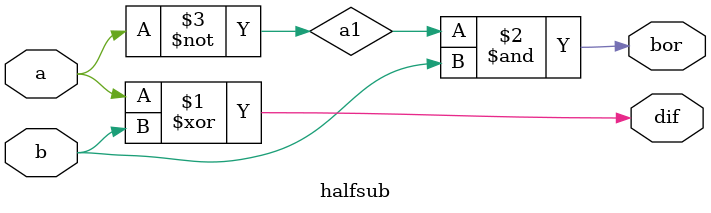
<source format=v>
module halfsub(a,b,dif,bor);
  
  input a,b;
  output dif,bor;
  
  wire a1;
  
  xor xor1(dif,a,b);
  not not1(a1,a);
  and and1(bor,a1,b);
  
endmodule

</source>
